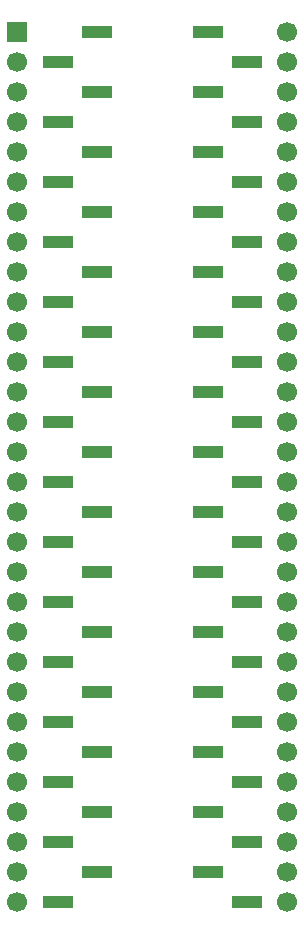
<source format=gbs>
G04 #@! TF.GenerationSoftware,KiCad,Pcbnew,9.0.6*
G04 #@! TF.CreationDate,2026-01-08T14:27:29-06:00*
G04 #@! TF.ProjectId,QFN-56_8x8_P0.5,51464e2d-3536-45f3-9878-385f50302e35,rev?*
G04 #@! TF.SameCoordinates,Original*
G04 #@! TF.FileFunction,Soldermask,Bot*
G04 #@! TF.FilePolarity,Negative*
%FSLAX46Y46*%
G04 Gerber Fmt 4.6, Leading zero omitted, Abs format (unit mm)*
G04 Created by KiCad (PCBNEW 9.0.6) date 2026-01-08 14:27:29*
%MOMM*%
%LPD*%
G01*
G04 APERTURE LIST*
%ADD10R,1.700000X1.700000*%
%ADD11C,1.700000*%
%ADD12R,2.510000X1.000000*%
G04 APERTURE END LIST*
D10*
X127000000Y-83820000D03*
D11*
X127000000Y-86360000D03*
X127000000Y-88900000D03*
X127000000Y-91440000D03*
X127000000Y-93980000D03*
X127000000Y-96520000D03*
X127000000Y-99060000D03*
X127000000Y-101600000D03*
X127000000Y-104140000D03*
X127000000Y-106680000D03*
X127000000Y-109220000D03*
X127000000Y-111760000D03*
X127000000Y-114300000D03*
X127000000Y-116840000D03*
X127000000Y-119380000D03*
X127000000Y-121920000D03*
X127000000Y-124460000D03*
X127000000Y-127000000D03*
X127000000Y-129540000D03*
X127000000Y-132080000D03*
X127000000Y-134620000D03*
X127000000Y-137160000D03*
X127000000Y-139700000D03*
X127000000Y-142240000D03*
X127000000Y-144780000D03*
X127000000Y-147320000D03*
X127000000Y-149860000D03*
X127000000Y-152400000D03*
X127000000Y-154940000D03*
X127000000Y-157480000D03*
X149860000Y-83820000D03*
X149860000Y-86360000D03*
X149860000Y-88900000D03*
X149860000Y-91440000D03*
X149860000Y-93980000D03*
X149860000Y-96520000D03*
X149860000Y-99060000D03*
X149860000Y-101600000D03*
X149860000Y-104140000D03*
X149860000Y-106680000D03*
X149860000Y-109220000D03*
X149860000Y-111760000D03*
X149860000Y-114300000D03*
X149860000Y-116840000D03*
X149860000Y-119380000D03*
X149860000Y-121920000D03*
X149860000Y-124460000D03*
X149860000Y-127000000D03*
X149860000Y-129540000D03*
X149860000Y-132080000D03*
X149860000Y-134620000D03*
X149860000Y-137160000D03*
X149860000Y-139700000D03*
X149860000Y-142240000D03*
X149860000Y-144780000D03*
X149860000Y-147320000D03*
X149860000Y-149860000D03*
X149860000Y-152400000D03*
X149860000Y-154940000D03*
X149860000Y-157480000D03*
D12*
X133735000Y-83820000D03*
X130425000Y-86360000D03*
X133735000Y-88900000D03*
X130425000Y-91440000D03*
X133735000Y-93980000D03*
X130425000Y-96520000D03*
X133735000Y-99060000D03*
X130425000Y-101600000D03*
X133735000Y-104140000D03*
X130425000Y-106680000D03*
X133735000Y-109220000D03*
X130425000Y-111760000D03*
X133735000Y-114300000D03*
X130425000Y-116840000D03*
X133735000Y-119380000D03*
X130425000Y-121920000D03*
X133735000Y-124460000D03*
X130425000Y-127000000D03*
X133735000Y-129540000D03*
X130425000Y-132080000D03*
X133735000Y-134620000D03*
X130425000Y-137160000D03*
X133735000Y-139700000D03*
X130425000Y-142240000D03*
X133735000Y-144780000D03*
X130425000Y-147320000D03*
X133735000Y-149860000D03*
X130425000Y-152400000D03*
X133735000Y-154940000D03*
X130425000Y-157480000D03*
X143125000Y-83820000D03*
X146435000Y-86360000D03*
X143125000Y-88900000D03*
X146435000Y-91440000D03*
X143125000Y-93980000D03*
X146435000Y-96520000D03*
X143125000Y-99060000D03*
X146435000Y-101600000D03*
X143125000Y-104140000D03*
X146435000Y-106680000D03*
X143125000Y-109220000D03*
X146435000Y-111760000D03*
X143125000Y-114300000D03*
X146435000Y-116840000D03*
X143125000Y-119380000D03*
X146435000Y-121920000D03*
X143125000Y-124460000D03*
X146435000Y-127000000D03*
X143125000Y-129540000D03*
X146435000Y-132080000D03*
X143125000Y-134620000D03*
X146435000Y-137160000D03*
X143125000Y-139700000D03*
X146435000Y-142240000D03*
X143125000Y-144780000D03*
X146435000Y-147320000D03*
X143125000Y-149860000D03*
X146435000Y-152400000D03*
X143125000Y-154940000D03*
X146435000Y-157480000D03*
M02*

</source>
